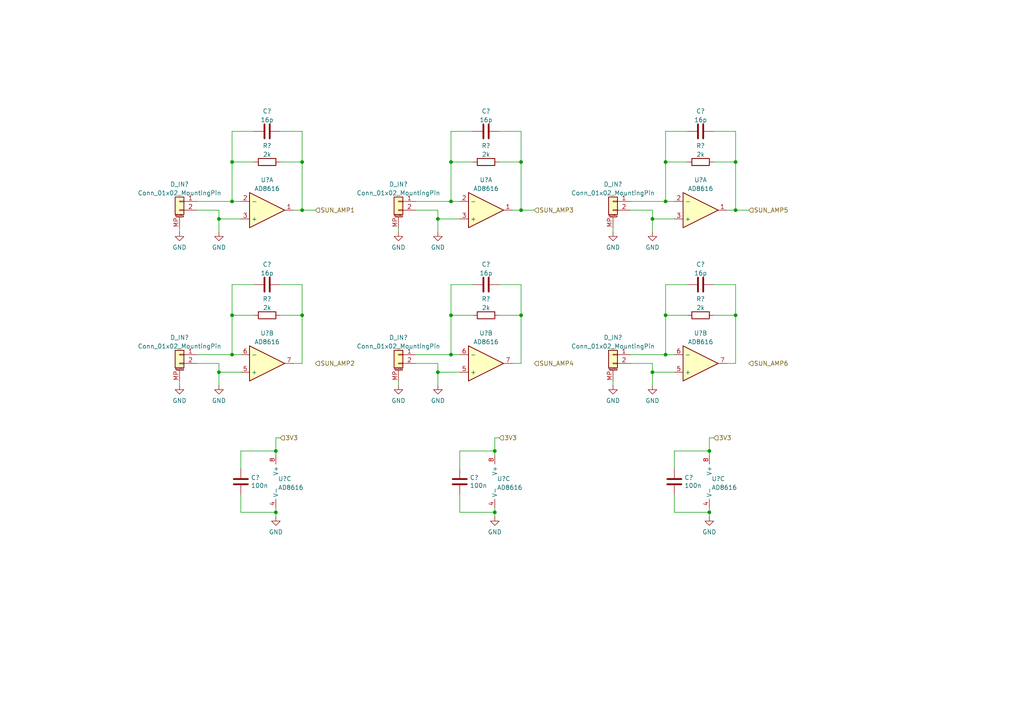
<source format=kicad_sch>
(kicad_sch (version 20211123) (generator eeschema)
  (paper "A4")
  (lib_symbols
    (symbol "Connector_Generic_MountingPin:Conn_01x02_MountingPin" (pin_names (offset 1.016) hide)
      (property "Reference" "J" (at 0 2.54 0))
      (property "Value" "Conn_01x02_MountingPin" (at 1.27 -5.08 0))
      (symbol "Conn_01x02_MountingPin_1_1"
        (rectangle (start -1.27 -2.413) (end 0 -2.667) (stroke (width 0.1524)))
        (rectangle (start -1.27 0.127) (end 0 -0.127) (stroke (width 0.1524)))
        (rectangle (start -1.27 1.27) (end 1.27 -3.81) (stroke (width 0.254)) (fill (type background)))
        (polyline (pts (xy -1.016 -4.572) (xy 1.016 -4.572)) (stroke (width 0.1524)))
        (text "Mounting" (at 0 -4.191 0) (effects (font (size 0.381 0.381))))
        (pin passive line (at -5.08 0 0) (length 3.81) (name "Pin_1") (number "1"))
        (pin passive line (at -5.08 -2.54 0) (length 3.81) (name "Pin_2") (number "2"))
        (pin passive line (at 0 -7.62 90) (length 3.048) (name "MountPin") (number "MP"))
      )
    )
    (symbol "Device:C" (pin_numbers hide) (pin_names (offset 0.254))
      (property "Reference" "C" (at 0.635 2.54 0))
      (property "Value" "C" (at 0.635 -2.54 0))
      (symbol "C_0_1"
        (polyline (pts (xy -2.032 -0.762) (xy 2.032 -0.762)) (stroke (width 0.508)))
        (polyline (pts (xy -2.032 0.762) (xy 2.032 0.762)) (stroke (width 0.508)))
      )
      (symbol "C_1_1"
        (pin passive line (at 0 3.81 270) (length 2.794) (name "~") (number "1"))
        (pin passive line (at 0 -3.81 90) (length 2.794) (name "~") (number "2"))
      )
    )
    (symbol "Device:R" (pin_numbers hide) (pin_names (offset 0))
      (property "Reference" "R" (at 2.032 0 90))
      (property "Value" "R" (at 0 0 90))
      (symbol "R_0_1"
        (rectangle (start -1.016 -2.54) (end 1.016 2.54) (stroke (width 0.254)))
      )
      (symbol "R_1_1"
        (pin passive line (at 0 3.81 270) (length 1.27) (name "~") (number "1"))
        (pin passive line (at 0 -3.81 90) (length 1.27) (name "~") (number "2"))
      )
    )
    (symbol "cubesat_obc_lib:AD8616"
      (property "Reference" "U" (at 2.54 3.81 0))
      (property "Value" "AD8616" (at 5.08 6.35 0))
      (symbol "AD8616_1_0"
        (pin output line (at 8.89 0 180) (length 2.54) (name "~") (number "1"))
        (pin input line (at -6.35 2.54 0) (length 2.54) (name "-") (number "2"))
        (pin input line (at -6.35 -2.54 0) (length 2.54) (name "+") (number "3"))
      )
      (symbol "AD8616_1_1"
        (polyline (pts (xy -3.81 5.08) (xy 6.35 0) (xy -3.81 -5.08) (xy -3.81 5.08)) (stroke (width 0.254)) (fill (type background)))
      )
      (symbol "AD8616_2_0"
        (pin input line (at -6.35 -2.54 0) (length 2.54) (name "+") (number "5"))
        (pin input line (at -6.35 2.54 0) (length 2.54) (name "-") (number "6"))
        (pin output line (at 8.89 0 180) (length 2.54) (name "~") (number "7"))
      )
      (symbol "AD8616_2_1"
        (polyline (pts (xy -3.81 5.08) (xy 6.35 0) (xy -3.81 -5.08) (xy -3.81 5.08)) (stroke (width 0.254)) (fill (type background)))
      )
      (symbol "AD8616_3_0"
        (pin power_in line (at 0 -7.62 90) (length 2.54) (name "V-") (number "4"))
        (pin power_in line (at 0 7.62 270) (length 2.54) (name "V+") (number "8"))
      )
    )
    (symbol "power:GND" (power) (pin_names (offset 0))
      (property "Value" "GND" (at 0 -3.81 0))
      (symbol "GND_0_1"
        (polyline (pts (xy 0 0) (xy 0 -1.27) (xy 1.27 -1.27) (xy 0 -2.54) (xy -1.27 -1.27) (xy 0 -1.27)))
      )
      (symbol "GND_1_1"
        (pin power_in line (at 0 0 270) (length 0) hide (name "GND") (number "1"))
      )
    )
  )
  (junction (at 87.63 91.44))
  (junction (at 193.04 46.99))
  (junction (at 127 63.5))
  (junction (at 63.5 107.95))
  (junction (at 151.13 60.96))
  (junction (at 151.13 91.44))
  (junction (at 87.63 46.99))
  (junction (at 193.04 91.44))
  (junction (at 213.36 46.99))
  (junction (at 151.13 46.99))
  (junction (at 67.31 46.99))
  (junction (at 193.04 102.87))
  (junction (at 213.36 91.44))
  (junction (at 193.04 58.42))
  (junction (at 67.31 58.42))
  (junction (at 205.74 148.59))
  (junction (at 213.36 60.96))
  (junction (at 80.01 130.81))
  (junction (at 127 107.95))
  (junction (at 205.74 130.81))
  (junction (at 143.51 130.81))
  (junction (at 87.63 60.96))
  (junction (at 80.01 148.59))
  (junction (at 189.23 107.95))
  (junction (at 130.81 102.87))
  (junction (at 67.31 91.44))
  (junction (at 67.31 102.87))
  (junction (at 130.81 58.42))
  (junction (at 63.5 63.5))
  (junction (at 143.51 148.59))
  (junction (at 189.23 63.5))
  (junction (at 130.81 46.99))
  (junction (at 130.81 91.44))
  (wire (pts (xy 87.63 60.96) (xy 85.09 60.96)))
  (wire (pts (xy 130.81 91.44) (xy 137.16 91.44)))
  (wire (pts (xy 87.63 38.1) (xy 87.63 46.99)))
  (wire (pts (xy 120.65 58.42) (xy 130.81 58.42)))
  (wire (pts (xy 87.63 60.96) (xy 91.44 60.96)))
  (wire (pts (xy 151.13 91.44) (xy 151.13 105.41)))
  (wire (pts (xy 81.28 82.55) (xy 87.63 82.55)))
  (wire (pts (xy 69.85 130.81) (xy 69.85 135.89)))
  (wire (pts (xy 213.36 46.99) (xy 213.36 60.96)))
  (wire (pts (xy 193.04 58.42) (xy 195.58 58.42)))
  (wire (pts (xy 207.01 38.1) (xy 213.36 38.1)))
  (wire (pts (xy 210.82 105.41) (xy 213.36 105.41)))
  (wire (pts (xy 80.01 127) (xy 80.01 130.81)))
  (wire (pts (xy 151.13 60.96) (xy 154.94 60.96)))
  (wire (pts (xy 127 67.31) (xy 127 63.5)))
  (wire (pts (xy 182.88 60.96) (xy 189.23 60.96)))
  (wire (pts (xy 130.81 46.99) (xy 137.16 46.99)))
  (wire (pts (xy 63.5 63.5) (xy 69.85 63.5)))
  (wire (pts (xy 193.04 46.99) (xy 199.39 46.99)))
  (wire (pts (xy 193.04 102.87) (xy 193.04 91.44)))
  (wire (pts (xy 143.51 148.59) (xy 143.51 149.86)))
  (wire (pts (xy 69.85 148.59) (xy 80.01 148.59)))
  (wire (pts (xy 57.15 58.42) (xy 67.31 58.42)))
  (wire (pts (xy 143.51 147.32) (xy 143.51 148.59)))
  (wire (pts (xy 133.35 148.59) (xy 143.51 148.59)))
  (wire (pts (xy 193.04 91.44) (xy 199.39 91.44)))
  (wire (pts (xy 67.31 46.99) (xy 73.66 46.99)))
  (wire (pts (xy 120.65 102.87) (xy 130.81 102.87)))
  (wire (pts (xy 87.63 91.44) (xy 87.63 105.41)))
  (wire (pts (xy 67.31 102.87) (xy 67.31 91.44)))
  (wire (pts (xy 130.81 58.42) (xy 133.35 58.42)))
  (wire (pts (xy 144.78 127) (xy 143.51 127)))
  (wire (pts (xy 148.59 105.41) (xy 151.13 105.41)))
  (wire (pts (xy 80.01 132.08) (xy 80.01 130.81)))
  (wire (pts (xy 151.13 60.96) (xy 148.59 60.96)))
  (wire (pts (xy 67.31 38.1) (xy 67.31 46.99)))
  (wire (pts (xy 144.78 91.44) (xy 151.13 91.44)))
  (wire (pts (xy 115.57 66.04) (xy 115.57 67.31)))
  (wire (pts (xy 205.74 127) (xy 205.74 130.81)))
  (wire (pts (xy 57.15 60.96) (xy 63.5 60.96)))
  (wire (pts (xy 143.51 127) (xy 143.51 130.81)))
  (wire (pts (xy 177.8 110.49) (xy 177.8 111.76)))
  (wire (pts (xy 189.23 107.95) (xy 195.58 107.95)))
  (wire (pts (xy 137.16 38.1) (xy 130.81 38.1)))
  (wire (pts (xy 213.36 91.44) (xy 213.36 105.41)))
  (wire (pts (xy 189.23 60.96) (xy 189.23 63.5)))
  (wire (pts (xy 143.51 130.81) (xy 133.35 130.81)))
  (wire (pts (xy 189.23 67.31) (xy 189.23 63.5)))
  (wire (pts (xy 81.28 91.44) (xy 87.63 91.44)))
  (wire (pts (xy 193.04 82.55) (xy 193.04 91.44)))
  (wire (pts (xy 144.78 38.1) (xy 151.13 38.1)))
  (wire (pts (xy 213.36 60.96) (xy 210.82 60.96)))
  (wire (pts (xy 143.51 132.08) (xy 143.51 130.81)))
  (wire (pts (xy 80.01 130.81) (xy 69.85 130.81)))
  (wire (pts (xy 127 60.96) (xy 127 63.5)))
  (wire (pts (xy 133.35 143.51) (xy 133.35 148.59)))
  (wire (pts (xy 189.23 111.76) (xy 189.23 107.95)))
  (wire (pts (xy 193.04 38.1) (xy 193.04 46.99)))
  (wire (pts (xy 130.81 82.55) (xy 130.81 91.44)))
  (wire (pts (xy 189.23 63.5) (xy 195.58 63.5)))
  (wire (pts (xy 87.63 82.55) (xy 87.63 91.44)))
  (wire (pts (xy 120.65 60.96) (xy 127 60.96)))
  (wire (pts (xy 67.31 58.42) (xy 69.85 58.42)))
  (wire (pts (xy 130.81 102.87) (xy 130.81 91.44)))
  (wire (pts (xy 67.31 58.42) (xy 67.31 46.99)))
  (wire (pts (xy 205.74 147.32) (xy 205.74 148.59)))
  (wire (pts (xy 63.5 60.96) (xy 63.5 63.5)))
  (wire (pts (xy 137.16 82.55) (xy 130.81 82.55)))
  (wire (pts (xy 177.8 66.04) (xy 177.8 67.31)))
  (wire (pts (xy 205.74 148.59) (xy 205.74 149.86)))
  (wire (pts (xy 81.28 38.1) (xy 87.63 38.1)))
  (wire (pts (xy 182.88 58.42) (xy 193.04 58.42)))
  (wire (pts (xy 207.01 127) (xy 205.74 127)))
  (wire (pts (xy 120.65 105.41) (xy 127 105.41)))
  (wire (pts (xy 193.04 102.87) (xy 195.58 102.87)))
  (wire (pts (xy 73.66 38.1) (xy 67.31 38.1)))
  (wire (pts (xy 127 107.95) (xy 133.35 107.95)))
  (wire (pts (xy 63.5 105.41) (xy 63.5 107.95)))
  (wire (pts (xy 213.36 38.1) (xy 213.36 46.99)))
  (wire (pts (xy 207.01 46.99) (xy 213.36 46.99)))
  (wire (pts (xy 130.81 102.87) (xy 133.35 102.87)))
  (wire (pts (xy 199.39 38.1) (xy 193.04 38.1)))
  (wire (pts (xy 182.88 102.87) (xy 193.04 102.87)))
  (wire (pts (xy 127 105.41) (xy 127 107.95)))
  (wire (pts (xy 85.09 105.41) (xy 87.63 105.41)))
  (wire (pts (xy 52.07 110.49) (xy 52.07 111.76)))
  (wire (pts (xy 207.01 82.55) (xy 213.36 82.55)))
  (wire (pts (xy 63.5 67.31) (xy 63.5 63.5)))
  (wire (pts (xy 63.5 107.95) (xy 69.85 107.95)))
  (wire (pts (xy 213.36 82.55) (xy 213.36 91.44)))
  (wire (pts (xy 127 111.76) (xy 127 107.95)))
  (wire (pts (xy 213.36 60.96) (xy 217.17 60.96)))
  (wire (pts (xy 63.5 111.76) (xy 63.5 107.95)))
  (wire (pts (xy 67.31 91.44) (xy 73.66 91.44)))
  (wire (pts (xy 144.78 82.55) (xy 151.13 82.55)))
  (wire (pts (xy 115.57 110.49) (xy 115.57 111.76)))
  (wire (pts (xy 151.13 38.1) (xy 151.13 46.99)))
  (wire (pts (xy 182.88 105.41) (xy 189.23 105.41)))
  (wire (pts (xy 193.04 58.42) (xy 193.04 46.99)))
  (wire (pts (xy 57.15 102.87) (xy 67.31 102.87)))
  (wire (pts (xy 69.85 143.51) (xy 69.85 148.59)))
  (wire (pts (xy 195.58 130.81) (xy 195.58 135.89)))
  (wire (pts (xy 73.66 82.55) (xy 67.31 82.55)))
  (wire (pts (xy 205.74 132.08) (xy 205.74 130.81)))
  (wire (pts (xy 81.28 46.99) (xy 87.63 46.99)))
  (wire (pts (xy 130.81 58.42) (xy 130.81 46.99)))
  (wire (pts (xy 67.31 82.55) (xy 67.31 91.44)))
  (wire (pts (xy 195.58 143.51) (xy 195.58 148.59)))
  (wire (pts (xy 189.23 105.41) (xy 189.23 107.95)))
  (wire (pts (xy 52.07 66.04) (xy 52.07 67.31)))
  (wire (pts (xy 87.63 46.99) (xy 87.63 60.96)))
  (wire (pts (xy 127 63.5) (xy 133.35 63.5)))
  (wire (pts (xy 151.13 46.99) (xy 151.13 60.96)))
  (wire (pts (xy 199.39 82.55) (xy 193.04 82.55)))
  (wire (pts (xy 57.15 105.41) (xy 63.5 105.41)))
  (wire (pts (xy 144.78 46.99) (xy 151.13 46.99)))
  (wire (pts (xy 80.01 148.59) (xy 80.01 149.86)))
  (wire (pts (xy 80.01 147.32) (xy 80.01 148.59)))
  (wire (pts (xy 151.13 82.55) (xy 151.13 91.44)))
  (wire (pts (xy 133.35 130.81) (xy 133.35 135.89)))
  (wire (pts (xy 67.31 102.87) (xy 69.85 102.87)))
  (wire (pts (xy 205.74 130.81) (xy 195.58 130.81)))
  (wire (pts (xy 207.01 91.44) (xy 213.36 91.44)))
  (wire (pts (xy 130.81 38.1) (xy 130.81 46.99)))
  (wire (pts (xy 81.28 127) (xy 80.01 127)))
  (wire (pts (xy 195.58 148.59) (xy 205.74 148.59)))
  (hierarchical_label "3V3" (shape input) (at 144.78 127 0))
  (hierarchical_label "SUN_AMP6" (shape input) (at 217.17 105.41 0))
  (hierarchical_label "SUN_AMP3" (shape input) (at 154.94 60.96 0))
  (hierarchical_label "3V3" (shape input) (at 207.01 127 0))
  (hierarchical_label "3V3" (shape input) (at 81.28 127 0))
  (hierarchical_label "SUN_AMP5" (shape input) (at 217.17 60.96 0))
  (hierarchical_label "SUN_AMP1" (shape input) (at 91.44 60.96 0))
  (hierarchical_label "SUN_AMP2" (shape input) (at 91.44 105.41 0))
  (hierarchical_label "SUN_AMP4" (shape input) (at 154.94 105.41 0))
  (symbol (lib_id "cubesat_obc_lib:AD8616") (at 201.93 60.96 0) (unit 1)
    (property "Reference" "U?" (at 203.2 52.1802 0))
    (property "Value" "AD8616" (at 203.2 54.7171 0))
    (property "Footprint" "Package_SO:MSOP-8_3x3mm_P0.65mm" (effects hide))
    (property "Datasheet" "https://www.analog.com/media/en/technical-documentation/data-sheets/ad8615_8616_8618.pdf" (effects hide))
  )
  (symbol (lib_id "cubesat_obc_lib:AD8616") (at 205.74 139.7 0) (unit 3)
    (property "Reference" "U?" (at 206.375 138.8653 0) (effects (justify left)))
    (property "Value" "AD8616" (at 206.375 141.4022 0) (effects (justify left)))
    (property "Footprint" "Package_SO:MSOP-8_3x3mm_P0.65mm" (effects hide))
    (property "Datasheet" "https://www.analog.com/media/en/technical-documentation/data-sheets/ad8615_8616_8618.pdf" (effects hide))
  )
  (symbol (lib_id "cubesat_obc_lib:AD8616") (at 139.7 105.41 0) (unit 2)
    (property "Reference" "U?" (at 140.97 96.6302 0))
    (property "Value" "AD8616" (at 140.97 99.1671 0))
    (property "Footprint" "Package_SO:MSOP-8_3x3mm_P0.65mm" (effects hide))
    (property "Datasheet" "https://www.analog.com/media/en/technical-documentation/data-sheets/ad8615_8616_8618.pdf" (effects hide))
  )
  (symbol (lib_id "power:GND") (at 115.57 67.31 0) (unit 1)
    (property "Reference" "#PWR?" (effects hide))
    (property "Value" "GND" (at 115.57 71.7534 0))
  )
  (symbol (lib_id "power:GND") (at 80.01 149.86 0) (unit 1)
    (property "Reference" "#PWR?" (effects hide))
    (property "Value" "GND" (at 80.01 154.3034 0))
  )
  (symbol (lib_id "Connector_Generic_MountingPin:Conn_01x02_MountingPin") (at 52.07 102.87 0) (mirror y) (unit 1)
    (property "Reference" "D_IN?" (at 52.07 97.9002 0))
    (property "Value" "Conn_01x02_MountingPin" (at 52.07 100.4371 0))
    (property "Footprint" "Connector_Molex:Molex_PicoBlade_53261-0271_1x02-1MP_P1.25mm_Horizontal" (effects hide))
    (property "Digikey Part Number" "WM25389CT-ND" (effects hide))
  )
  (symbol (lib_id "power:GND") (at 63.5 111.76 0) (unit 1)
    (property "Reference" "#PWR?" (effects hide))
    (property "Value" "GND" (at 63.5 116.2034 0))
  )
  (symbol (lib_id "Device:C") (at 77.47 82.55 90) (unit 1)
    (property "Reference" "C?" (at 77.47 76.6912 90))
    (property "Value" "16p" (at 77.47 79.2281 90))
    (property "Footprint" "Capacitor_SMD:C_0402_1005Metric" (effects hide))
    (property "Digikey Part Number" "490-GJM1555C1H160FB01JCT-ND" (effects hide))
  )
  (symbol (lib_id "power:GND") (at 127 67.31 0) (unit 1)
    (property "Reference" "#PWR?" (effects hide))
    (property "Value" "GND" (at 127 71.7534 0))
  )
  (symbol (lib_id "power:GND") (at 115.57 111.76 0) (unit 1)
    (property "Reference" "#PWR?" (effects hide))
    (property "Value" "GND" (at 115.57 116.2034 0))
  )
  (symbol (lib_id "Device:R") (at 77.47 46.99 90) (unit 1)
    (property "Reference" "R?" (at 77.47 42.2742 90))
    (property "Value" "2k" (at 77.47 44.8111 90))
    (property "Footprint" "Resistor_SMD:R_0402_1005Metric" (effects hide))
    (property "Digikey Part Number" "YAG2303CT-ND" (effects hide))
  )
  (symbol (lib_id "Connector_Generic_MountingPin:Conn_01x02_MountingPin") (at 177.8 58.42 0) (mirror y) (unit 1)
    (property "Reference" "D_IN?" (at 177.8 53.4502 0))
    (property "Value" "Conn_01x02_MountingPin" (at 177.8 55.9871 0))
    (property "Footprint" "Connector_Molex:Molex_PicoBlade_53261-0271_1x02-1MP_P1.25mm_Horizontal" (effects hide))
    (property "Digikey Part Number" "WM25389CT-ND" (effects hide))
  )
  (symbol (lib_id "cubesat_obc_lib:AD8616") (at 201.93 105.41 0) (unit 2)
    (property "Reference" "U?" (at 203.2 96.6302 0))
    (property "Value" "AD8616" (at 203.2 99.1671 0))
    (property "Footprint" "Package_SO:MSOP-8_3x3mm_P0.65mm" (effects hide))
    (property "Datasheet" "https://www.analog.com/media/en/technical-documentation/data-sheets/ad8615_8616_8618.pdf" (effects hide))
  )
  (symbol (lib_id "cubesat_obc_lib:AD8616") (at 76.2 105.41 0) (unit 2)
    (property "Reference" "U?" (at 77.47 96.6302 0))
    (property "Value" "AD8616" (at 77.47 99.1671 0))
    (property "Footprint" "Package_SO:MSOP-8_3x3mm_P0.65mm" (effects hide))
    (property "Datasheet" "https://www.analog.com/media/en/technical-documentation/data-sheets/ad8615_8616_8618.pdf" (effects hide))
  )
  (symbol (lib_id "Device:R") (at 140.97 91.44 90) (unit 1)
    (property "Reference" "R?" (at 140.97 86.7242 90))
    (property "Value" "2k" (at 140.97 89.2611 90))
    (property "Footprint" "Resistor_SMD:R_0402_1005Metric" (effects hide))
    (property "Digikey Part Number" "YAG2303CT-ND" (effects hide))
  )
  (symbol (lib_id "Device:C") (at 77.47 38.1 90) (unit 1)
    (property "Reference" "C?" (at 77.47 32.2412 90))
    (property "Value" "16p" (at 77.47 34.7781 90))
    (property "Footprint" "Capacitor_SMD:C_0402_1005Metric" (effects hide))
    (property "Digikey Part Number" "490-GJM1555C1H160FB01JCT-ND" (effects hide))
  )
  (symbol (lib_id "Device:R") (at 203.2 46.99 90) (unit 1)
    (property "Reference" "R?" (at 203.2 42.2742 90))
    (property "Value" "2k" (at 203.2 44.8111 90))
    (property "Footprint" "Resistor_SMD:R_0402_1005Metric" (effects hide))
    (property "Digikey Part Number" "YAG2303CT-ND" (effects hide))
  )
  (symbol (lib_id "cubesat_obc_lib:AD8616") (at 80.01 139.7 0) (unit 3)
    (property "Reference" "U?" (at 80.645 138.8653 0) (effects (justify left)))
    (property "Value" "AD8616" (at 80.645 141.4022 0) (effects (justify left)))
    (property "Footprint" "Package_SO:MSOP-8_3x3mm_P0.65mm" (effects hide))
    (property "Datasheet" "https://www.analog.com/media/en/technical-documentation/data-sheets/ad8615_8616_8618.pdf" (effects hide))
  )
  (symbol (lib_id "Device:R") (at 77.47 91.44 90) (unit 1)
    (property "Reference" "R?" (at 77.47 86.7242 90))
    (property "Value" "2k" (at 77.47 89.2611 90))
    (property "Footprint" "Resistor_SMD:R_0402_1005Metric" (effects hide))
    (property "Digikey Part Number" "YAG2303CT-ND" (effects hide))
  )
  (symbol (lib_id "Connector_Generic_MountingPin:Conn_01x02_MountingPin") (at 177.8 102.87 0) (mirror y) (unit 1)
    (property "Reference" "D_IN?" (at 177.8 97.9002 0))
    (property "Value" "Conn_01x02_MountingPin" (at 177.8 100.4371 0))
    (property "Footprint" "Connector_Molex:Molex_PicoBlade_53261-0271_1x02-1MP_P1.25mm_Horizontal" (effects hide))
    (property "Digikey Part Number" "WM25389CT-ND" (effects hide))
  )
  (symbol (lib_id "Device:C") (at 203.2 38.1 90) (unit 1)
    (property "Reference" "C?" (at 203.2 32.2412 90))
    (property "Value" "16p" (at 203.2 34.7781 90))
    (property "Footprint" "Capacitor_SMD:C_0402_1005Metric" (effects hide))
    (property "Digikey Part Number" "490-GJM1555C1H160FB01JCT-ND" (effects hide))
  )
  (symbol (lib_id "power:GND") (at 189.23 67.31 0) (unit 1)
    (property "Reference" "#PWR?" (effects hide))
    (property "Value" "GND" (at 189.23 71.7534 0))
  )
  (symbol (lib_id "cubesat_obc_lib:AD8616") (at 139.7 60.96 0) (unit 1)
    (property "Reference" "U?" (at 140.97 52.1802 0))
    (property "Value" "AD8616" (at 140.97 54.7171 0))
    (property "Footprint" "Package_SO:MSOP-8_3x3mm_P0.65mm" (effects hide))
    (property "Datasheet" "https://www.analog.com/media/en/technical-documentation/data-sheets/ad8615_8616_8618.pdf" (effects hide))
  )
  (symbol (lib_id "Device:C") (at 140.97 38.1 90) (unit 1)
    (property "Reference" "C?" (at 140.97 32.2412 90))
    (property "Value" "16p" (at 140.97 34.7781 90))
    (property "Footprint" "Capacitor_SMD:C_0402_1005Metric" (effects hide))
    (property "Digikey Part Number" "490-GJM1555C1H160FB01JCT-ND" (effects hide))
  )
  (symbol (lib_id "power:GND") (at 177.8 67.31 0) (unit 1)
    (property "Reference" "#PWR?" (effects hide))
    (property "Value" "GND" (at 177.8 71.7534 0))
  )
  (symbol (lib_id "Device:R") (at 140.97 46.99 90) (unit 1)
    (property "Reference" "R?" (at 140.97 42.2742 90))
    (property "Value" "2k" (at 140.97 44.8111 90))
    (property "Footprint" "Resistor_SMD:R_0402_1005Metric" (effects hide))
    (property "Digikey Part Number" "YAG2303CT-ND" (effects hide))
  )
  (symbol (lib_id "Connector_Generic_MountingPin:Conn_01x02_MountingPin") (at 52.07 58.42 0) (mirror y) (unit 1)
    (property "Reference" "D_IN?" (at 52.07 53.4502 0))
    (property "Value" "Conn_01x02_MountingPin" (at 52.07 55.9871 0))
    (property "Footprint" "Connector_Molex:Molex_PicoBlade_53261-0271_1x02-1MP_P1.25mm_Horizontal" (effects hide))
    (property "Digikey Part Number" "WM25389CT-ND" (effects hide))
  )
  (symbol (lib_id "Device:C") (at 133.35 139.7 180) (unit 1)
    (property "Reference" "C?" (at 136.271 138.5316 0) (effects (justify right)))
    (property "Value" "100n" (at 136.271 140.843 0) (effects (justify right)))
    (property "Footprint" "Capacitor_SMD:C_0402_1005Metric" (effects hide))
    (property "Digikey Part Number" "399-6828-1-ND" (effects hide))
  )
  (symbol (lib_id "Device:C") (at 203.2 82.55 90) (unit 1)
    (property "Reference" "C?" (at 203.2 76.6912 90))
    (property "Value" "16p" (at 203.2 79.2281 90))
    (property "Footprint" "Capacitor_SMD:C_0402_1005Metric" (effects hide))
    (property "Digikey Part Number" "490-GJM1555C1H160FB01JCT-ND" (effects hide))
  )
  (symbol (lib_id "cubesat_obc_lib:AD8616") (at 76.2 60.96 0) (unit 1)
    (property "Reference" "U?" (at 77.47 52.1802 0))
    (property "Value" "AD8616" (at 77.47 54.7171 0))
    (property "Footprint" "Package_SO:MSOP-8_3x3mm_P0.65mm" (effects hide))
    (property "Datasheet" "https://www.analog.com/media/en/technical-documentation/data-sheets/ad8615_8616_8618.pdf" (effects hide))
  )
  (symbol (lib_id "power:GND") (at 189.23 111.76 0) (unit 1)
    (property "Reference" "#PWR?" (effects hide))
    (property "Value" "GND" (at 189.23 116.2034 0))
  )
  (symbol (lib_id "Device:C") (at 140.97 82.55 90) (unit 1)
    (property "Reference" "C?" (at 140.97 76.6912 90))
    (property "Value" "16p" (at 140.97 79.2281 90))
    (property "Footprint" "Capacitor_SMD:C_0402_1005Metric" (effects hide))
    (property "Digikey Part Number" "490-GJM1555C1H160FB01JCT-ND" (effects hide))
  )
  (symbol (lib_id "power:GND") (at 127 111.76 0) (unit 1)
    (property "Reference" "#PWR?" (effects hide))
    (property "Value" "GND" (at 127 116.2034 0))
  )
  (symbol (lib_id "power:GND") (at 52.07 111.76 0) (unit 1)
    (property "Reference" "#PWR?" (effects hide))
    (property "Value" "GND" (at 52.07 116.2034 0))
  )
  (symbol (lib_id "Device:R") (at 203.2 91.44 90) (unit 1)
    (property "Reference" "R?" (at 203.2 86.7242 90))
    (property "Value" "2k" (at 203.2 89.2611 90))
    (property "Footprint" "Resistor_SMD:R_0402_1005Metric" (effects hide))
    (property "Digikey Part Number" "YAG2303CT-ND" (effects hide))
  )
  (symbol (lib_id "power:GND") (at 177.8 111.76 0) (unit 1)
    (property "Reference" "#PWR?" (effects hide))
    (property "Value" "GND" (at 177.8 116.2034 0))
  )
  (symbol (lib_id "cubesat_obc_lib:AD8616") (at 143.51 139.7 0) (unit 3)
    (property "Reference" "U?" (at 144.145 138.8653 0) (effects (justify left)))
    (property "Value" "AD8616" (at 144.145 141.4022 0) (effects (justify left)))
    (property "Footprint" "Package_SO:MSOP-8_3x3mm_P0.65mm" (effects hide))
    (property "Datasheet" "https://www.analog.com/media/en/technical-documentation/data-sheets/ad8615_8616_8618.pdf" (effects hide))
  )
  (symbol (lib_id "power:GND") (at 63.5 67.31 0) (unit 1)
    (property "Reference" "#PWR?" (effects hide))
    (property "Value" "GND" (at 63.5 71.7534 0))
  )
  (symbol (lib_id "Device:C") (at 195.58 139.7 180) (unit 1)
    (property "Reference" "C?" (at 198.501 138.5316 0) (effects (justify right)))
    (property "Value" "100n" (at 198.501 140.843 0) (effects (justify right)))
    (property "Footprint" "Capacitor_SMD:C_0402_1005Metric" (effects hide))
    (property "Digikey Part Number" "399-6828-1-ND" (effects hide))
  )
  (symbol (lib_id "power:GND") (at 143.51 149.86 0) (unit 1)
    (property "Reference" "#PWR?" (effects hide))
    (property "Value" "GND" (at 143.51 154.3034 0))
  )
  (symbol (lib_id "power:GND") (at 205.74 149.86 0) (unit 1)
    (property "Reference" "#PWR?" (effects hide))
    (property "Value" "GND" (at 205.74 154.3034 0))
  )
  (symbol (lib_id "Connector_Generic_MountingPin:Conn_01x02_MountingPin") (at 115.57 58.42 0) (mirror y) (unit 1)
    (property "Reference" "D_IN?" (at 115.57 53.4502 0))
    (property "Value" "Conn_01x02_MountingPin" (at 115.57 55.9871 0))
    (property "Footprint" "Connector_Molex:Molex_PicoBlade_53261-0271_1x02-1MP_P1.25mm_Horizontal" (effects hide))
    (property "Digikey Part Number" "WM25389CT-ND" (effects hide))
  )
  (symbol (lib_id "Connector_Generic_MountingPin:Conn_01x02_MountingPin") (at 115.57 102.87 0) (mirror y) (unit 1)
    (property "Reference" "D_IN?" (at 115.57 97.9002 0))
    (property "Value" "Conn_01x02_MountingPin" (at 115.57 100.4371 0))
    (property "Footprint" "Connector_Molex:Molex_PicoBlade_53261-0271_1x02-1MP_P1.25mm_Horizontal" (effects hide))
    (property "Digikey Part Number" "WM25389CT-ND" (effects hide))
  )
  (symbol (lib_id "Device:C") (at 69.85 139.7 180) (unit 1)
    (property "Reference" "C?" (at 72.771 138.5316 0) (effects (justify right)))
    (property "Value" "100n" (at 72.771 140.843 0) (effects (justify right)))
    (property "Footprint" "Capacitor_SMD:C_0402_1005Metric" (effects hide))
    (property "Digikey Part Number" "399-6828-1-ND" (effects hide))
  )
  (symbol (lib_id "power:GND") (at 52.07 67.31 0) (unit 1)
    (property "Reference" "#PWR?" (effects hide))
    (property "Value" "GND" (at 52.07 71.7534 0))
  )
)
</source>
